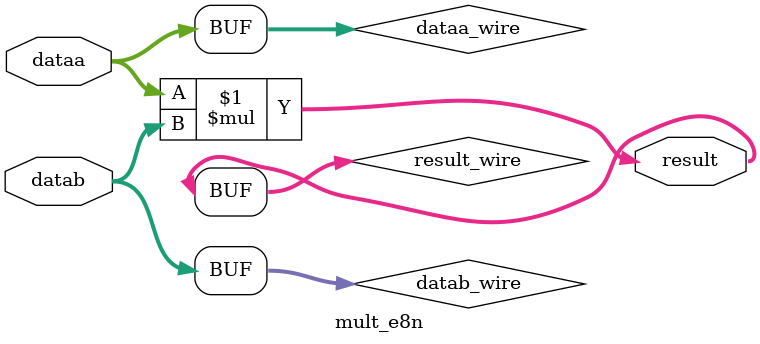
<source format=v>






//synthesis_resources = 
//synopsys translate_off
`timescale 1 ps / 1 ps
//synopsys translate_on
module  mult_e8n
	( 
	dataa,
	datab,
	result) /* synthesis synthesis_clearbox=1 */;
	input   [15:0]  dataa;
	input   [15:0]  datab;
	output   [31:0]  result;

	wire [15:0]    dataa_wire;
	wire [15:0]    datab_wire;
	wire [31:0]    result_wire;



	assign dataa_wire = dataa;
	assign datab_wire = datab;
	assign result_wire = dataa_wire * datab_wire;
	assign result = ({result_wire[31:0]});

endmodule //mult_e8n
//VALID FILE

</source>
